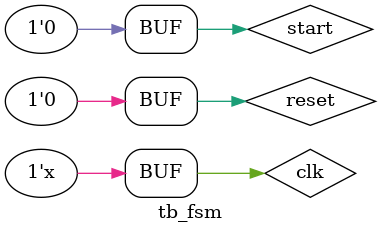
<source format=v>
`timescale 1ns / 1ps


module tb_fsm();
    reg clk;
    reg reset;
    reg start;
    wire [2:0]state;
    wire [2:0]cnt;
    wire SCL;
    
    i2c_master_fsm uut(.state(state), .cnt(cnt), .SCL(SCL), .scl_clk(clk), .reset(reset), .start(start));
    
    always#(10) clk = ~clk;
    
    initial begin
        clk = 1'b0;
        reset  = 1'b1;
        start = 1'b0;
    end
    
    initial begin
        # 20 reset = 1'b0;
        #10 start = 1'b1;
        #20 start = 1'b0;
    end
endmodule

</source>
